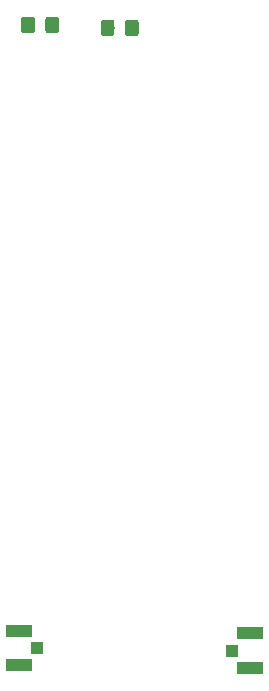
<source format=gbp>
G04 #@! TF.GenerationSoftware,KiCad,Pcbnew,(5.1.4)-1*
G04 #@! TF.CreationDate,2021-07-03T18:30:15-04:00*
G04 #@! TF.ProjectId,beefy_linear_mosfet,62656566-795f-46c6-996e-6561725f6d6f,rev?*
G04 #@! TF.SameCoordinates,Original*
G04 #@! TF.FileFunction,Paste,Bot*
G04 #@! TF.FilePolarity,Positive*
%FSLAX46Y46*%
G04 Gerber Fmt 4.6, Leading zero omitted, Abs format (unit mm)*
G04 Created by KiCad (PCBNEW (5.1.4)-1) date 2021-07-03 18:30:15*
%MOMM*%
%LPD*%
G04 APERTURE LIST*
%ADD10C,0.100000*%
%ADD11C,1.150000*%
%ADD12R,2.200000X1.050000*%
%ADD13R,1.050000X1.000000*%
G04 APERTURE END LIST*
D10*
G36*
X45874505Y-28301204D02*
G01*
X45898773Y-28304804D01*
X45922572Y-28310765D01*
X45945671Y-28319030D01*
X45967850Y-28329520D01*
X45988893Y-28342132D01*
X46008599Y-28356747D01*
X46026777Y-28373223D01*
X46043253Y-28391401D01*
X46057868Y-28411107D01*
X46070480Y-28432150D01*
X46080970Y-28454329D01*
X46089235Y-28477428D01*
X46095196Y-28501227D01*
X46098796Y-28525495D01*
X46100000Y-28549999D01*
X46100000Y-29450001D01*
X46098796Y-29474505D01*
X46095196Y-29498773D01*
X46089235Y-29522572D01*
X46080970Y-29545671D01*
X46070480Y-29567850D01*
X46057868Y-29588893D01*
X46043253Y-29608599D01*
X46026777Y-29626777D01*
X46008599Y-29643253D01*
X45988893Y-29657868D01*
X45967850Y-29670480D01*
X45945671Y-29680970D01*
X45922572Y-29689235D01*
X45898773Y-29695196D01*
X45874505Y-29698796D01*
X45850001Y-29700000D01*
X45199999Y-29700000D01*
X45175495Y-29698796D01*
X45151227Y-29695196D01*
X45127428Y-29689235D01*
X45104329Y-29680970D01*
X45082150Y-29670480D01*
X45061107Y-29657868D01*
X45041401Y-29643253D01*
X45023223Y-29626777D01*
X45006747Y-29608599D01*
X44992132Y-29588893D01*
X44979520Y-29567850D01*
X44969030Y-29545671D01*
X44960765Y-29522572D01*
X44954804Y-29498773D01*
X44951204Y-29474505D01*
X44950000Y-29450001D01*
X44950000Y-28549999D01*
X44951204Y-28525495D01*
X44954804Y-28501227D01*
X44960765Y-28477428D01*
X44969030Y-28454329D01*
X44979520Y-28432150D01*
X44992132Y-28411107D01*
X45006747Y-28391401D01*
X45023223Y-28373223D01*
X45041401Y-28356747D01*
X45061107Y-28342132D01*
X45082150Y-28329520D01*
X45104329Y-28319030D01*
X45127428Y-28310765D01*
X45151227Y-28304804D01*
X45175495Y-28301204D01*
X45199999Y-28300000D01*
X45850001Y-28300000D01*
X45874505Y-28301204D01*
X45874505Y-28301204D01*
G37*
D11*
X45525000Y-29000000D03*
D10*
G36*
X43824505Y-28301204D02*
G01*
X43848773Y-28304804D01*
X43872572Y-28310765D01*
X43895671Y-28319030D01*
X43917850Y-28329520D01*
X43938893Y-28342132D01*
X43958599Y-28356747D01*
X43976777Y-28373223D01*
X43993253Y-28391401D01*
X44007868Y-28411107D01*
X44020480Y-28432150D01*
X44030970Y-28454329D01*
X44039235Y-28477428D01*
X44045196Y-28501227D01*
X44048796Y-28525495D01*
X44050000Y-28549999D01*
X44050000Y-29450001D01*
X44048796Y-29474505D01*
X44045196Y-29498773D01*
X44039235Y-29522572D01*
X44030970Y-29545671D01*
X44020480Y-29567850D01*
X44007868Y-29588893D01*
X43993253Y-29608599D01*
X43976777Y-29626777D01*
X43958599Y-29643253D01*
X43938893Y-29657868D01*
X43917850Y-29670480D01*
X43895671Y-29680970D01*
X43872572Y-29689235D01*
X43848773Y-29695196D01*
X43824505Y-29698796D01*
X43800001Y-29700000D01*
X43149999Y-29700000D01*
X43125495Y-29698796D01*
X43101227Y-29695196D01*
X43077428Y-29689235D01*
X43054329Y-29680970D01*
X43032150Y-29670480D01*
X43011107Y-29657868D01*
X42991401Y-29643253D01*
X42973223Y-29626777D01*
X42956747Y-29608599D01*
X42942132Y-29588893D01*
X42929520Y-29567850D01*
X42919030Y-29545671D01*
X42910765Y-29522572D01*
X42904804Y-29498773D01*
X42901204Y-29474505D01*
X42900000Y-29450001D01*
X42900000Y-28549999D01*
X42901204Y-28525495D01*
X42904804Y-28501227D01*
X42910765Y-28477428D01*
X42919030Y-28454329D01*
X42929520Y-28432150D01*
X42942132Y-28411107D01*
X42956747Y-28391401D01*
X42973223Y-28373223D01*
X42991401Y-28356747D01*
X43011107Y-28342132D01*
X43032150Y-28329520D01*
X43054329Y-28319030D01*
X43077428Y-28310765D01*
X43101227Y-28304804D01*
X43125495Y-28301204D01*
X43149999Y-28300000D01*
X43800001Y-28300000D01*
X43824505Y-28301204D01*
X43824505Y-28301204D01*
G37*
D11*
X43475000Y-29000000D03*
D10*
G36*
X37074505Y-28051204D02*
G01*
X37098773Y-28054804D01*
X37122572Y-28060765D01*
X37145671Y-28069030D01*
X37167850Y-28079520D01*
X37188893Y-28092132D01*
X37208599Y-28106747D01*
X37226777Y-28123223D01*
X37243253Y-28141401D01*
X37257868Y-28161107D01*
X37270480Y-28182150D01*
X37280970Y-28204329D01*
X37289235Y-28227428D01*
X37295196Y-28251227D01*
X37298796Y-28275495D01*
X37300000Y-28299999D01*
X37300000Y-29200001D01*
X37298796Y-29224505D01*
X37295196Y-29248773D01*
X37289235Y-29272572D01*
X37280970Y-29295671D01*
X37270480Y-29317850D01*
X37257868Y-29338893D01*
X37243253Y-29358599D01*
X37226777Y-29376777D01*
X37208599Y-29393253D01*
X37188893Y-29407868D01*
X37167850Y-29420480D01*
X37145671Y-29430970D01*
X37122572Y-29439235D01*
X37098773Y-29445196D01*
X37074505Y-29448796D01*
X37050001Y-29450000D01*
X36399999Y-29450000D01*
X36375495Y-29448796D01*
X36351227Y-29445196D01*
X36327428Y-29439235D01*
X36304329Y-29430970D01*
X36282150Y-29420480D01*
X36261107Y-29407868D01*
X36241401Y-29393253D01*
X36223223Y-29376777D01*
X36206747Y-29358599D01*
X36192132Y-29338893D01*
X36179520Y-29317850D01*
X36169030Y-29295671D01*
X36160765Y-29272572D01*
X36154804Y-29248773D01*
X36151204Y-29224505D01*
X36150000Y-29200001D01*
X36150000Y-28299999D01*
X36151204Y-28275495D01*
X36154804Y-28251227D01*
X36160765Y-28227428D01*
X36169030Y-28204329D01*
X36179520Y-28182150D01*
X36192132Y-28161107D01*
X36206747Y-28141401D01*
X36223223Y-28123223D01*
X36241401Y-28106747D01*
X36261107Y-28092132D01*
X36282150Y-28079520D01*
X36304329Y-28069030D01*
X36327428Y-28060765D01*
X36351227Y-28054804D01*
X36375495Y-28051204D01*
X36399999Y-28050000D01*
X37050001Y-28050000D01*
X37074505Y-28051204D01*
X37074505Y-28051204D01*
G37*
D11*
X36725000Y-28750000D03*
D10*
G36*
X39124505Y-28051204D02*
G01*
X39148773Y-28054804D01*
X39172572Y-28060765D01*
X39195671Y-28069030D01*
X39217850Y-28079520D01*
X39238893Y-28092132D01*
X39258599Y-28106747D01*
X39276777Y-28123223D01*
X39293253Y-28141401D01*
X39307868Y-28161107D01*
X39320480Y-28182150D01*
X39330970Y-28204329D01*
X39339235Y-28227428D01*
X39345196Y-28251227D01*
X39348796Y-28275495D01*
X39350000Y-28299999D01*
X39350000Y-29200001D01*
X39348796Y-29224505D01*
X39345196Y-29248773D01*
X39339235Y-29272572D01*
X39330970Y-29295671D01*
X39320480Y-29317850D01*
X39307868Y-29338893D01*
X39293253Y-29358599D01*
X39276777Y-29376777D01*
X39258599Y-29393253D01*
X39238893Y-29407868D01*
X39217850Y-29420480D01*
X39195671Y-29430970D01*
X39172572Y-29439235D01*
X39148773Y-29445196D01*
X39124505Y-29448796D01*
X39100001Y-29450000D01*
X38449999Y-29450000D01*
X38425495Y-29448796D01*
X38401227Y-29445196D01*
X38377428Y-29439235D01*
X38354329Y-29430970D01*
X38332150Y-29420480D01*
X38311107Y-29407868D01*
X38291401Y-29393253D01*
X38273223Y-29376777D01*
X38256747Y-29358599D01*
X38242132Y-29338893D01*
X38229520Y-29317850D01*
X38219030Y-29295671D01*
X38210765Y-29272572D01*
X38204804Y-29248773D01*
X38201204Y-29224505D01*
X38200000Y-29200001D01*
X38200000Y-28299999D01*
X38201204Y-28275495D01*
X38204804Y-28251227D01*
X38210765Y-28227428D01*
X38219030Y-28204329D01*
X38229520Y-28182150D01*
X38242132Y-28161107D01*
X38256747Y-28141401D01*
X38273223Y-28123223D01*
X38291401Y-28106747D01*
X38311107Y-28092132D01*
X38332150Y-28079520D01*
X38354329Y-28069030D01*
X38377428Y-28060765D01*
X38401227Y-28054804D01*
X38425495Y-28051204D01*
X38449999Y-28050000D01*
X39100001Y-28050000D01*
X39124505Y-28051204D01*
X39124505Y-28051204D01*
G37*
D11*
X38775000Y-28750000D03*
D12*
X55500000Y-80275000D03*
X55500000Y-83225000D03*
D13*
X53975000Y-81750000D03*
D12*
X36000000Y-82975000D03*
X36000000Y-80025000D03*
D13*
X37525000Y-81500000D03*
M02*

</source>
